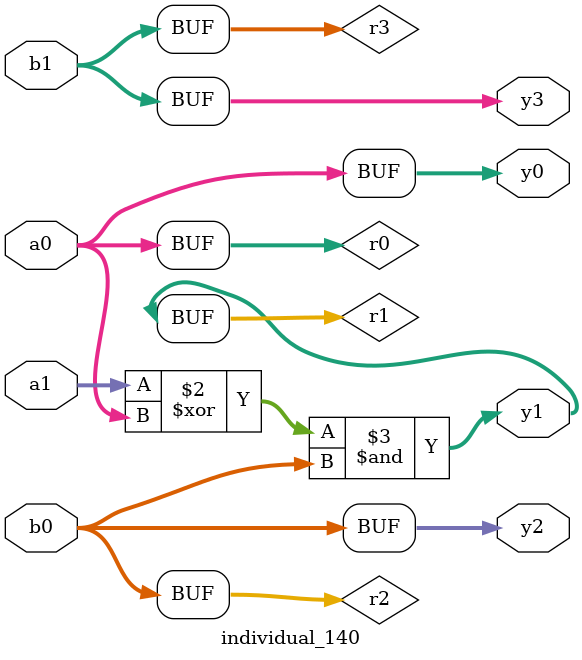
<source format=sv>
module individual_140(input logic [15:0] a1, input logic [15:0] a0, input logic [15:0] b1, input logic [15:0] b0, output logic [15:0] y3, output logic [15:0] y2, output logic [15:0] y1, output logic [15:0] y0);
logic [15:0] r0, r1, r2, r3; 
 always@(*) begin 
	 r0 = a0; r1 = a1; r2 = b0; r3 = b1; 
 	 r1  ^=  r0 ;
 	 r1  &=  b0 ;
 	 y3 = r3; y2 = r2; y1 = r1; y0 = r0; 
end
endmodule
</source>
